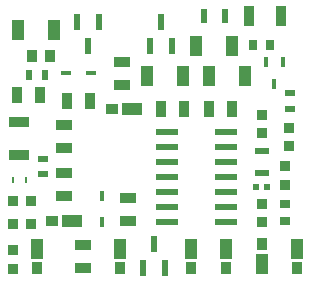
<source format=gbr>
%TF.GenerationSoftware,KiCad,Pcbnew,7.0.11+dfsg-1build4*%
%TF.CreationDate,2024-07-18T16:06:06-06:00*%
%TF.ProjectId,doordinger,646f6f72-6469-46e6-9765-722e6b696361,2*%
%TF.SameCoordinates,Original*%
%TF.FileFunction,Paste,Top*%
%TF.FilePolarity,Positive*%
%FSLAX46Y46*%
G04 Gerber Fmt 4.6, Leading zero omitted, Abs format (unit mm)*
G04 Created by KiCad (PCBNEW 7.0.11+dfsg-1build4) date 2024-07-18 16:06:06*
%MOMM*%
%LPD*%
G01*
G04 APERTURE LIST*
G04 Aperture macros list*
%AMRoundRect*
0 Rectangle with rounded corners*
0 $1 Rounding radius*
0 $2 $3 $4 $5 $6 $7 $8 $9 X,Y pos of 4 corners*
0 Add a 4 corners polygon primitive as box body*
4,1,4,$2,$3,$4,$5,$6,$7,$8,$9,$2,$3,0*
0 Add four circle primitives for the rounded corners*
1,1,$1+$1,$2,$3*
1,1,$1+$1,$4,$5*
1,1,$1+$1,$6,$7*
1,1,$1+$1,$8,$9*
0 Add four rect primitives between the rounded corners*
20,1,$1+$1,$2,$3,$4,$5,0*
20,1,$1+$1,$4,$5,$6,$7,0*
20,1,$1+$1,$6,$7,$8,$9,0*
20,1,$1+$1,$8,$9,$2,$3,0*%
G04 Aperture macros list end*
%ADD10R,1.060000X1.820000*%
%ADD11R,0.960000X1.380000*%
%ADD12R,1.380000X0.960000*%
%ADD13R,0.540000X0.600000*%
%ADD14R,1.981200X0.558800*%
%ADD15R,0.406400X0.863600*%
%ADD16R,0.870000X0.930000*%
%ADD17R,0.880000X1.090000*%
%ADD18R,0.980000X1.790000*%
%ADD19R,0.860000X0.980000*%
%ADD20R,0.900000X0.650000*%
%ADD21R,0.254000X0.508000*%
%ADD22R,0.863600X0.406400*%
%ADD23R,0.930000X0.870000*%
%ADD24R,0.650000X0.900000*%
%ADD25R,0.838200X0.609600*%
%ADD26R,0.965200X1.752600*%
%ADD27RoundRect,0.073750X0.221250X-0.586250X0.221250X0.586250X-0.221250X0.586250X-0.221250X-0.586250X0*%
%ADD28R,0.406400X0.838200*%
%ADD29RoundRect,0.073750X-0.221250X0.586250X-0.221250X-0.586250X0.221250X-0.586250X0.221250X0.586250X0*%
%ADD30R,0.609600X1.295400*%
%ADD31R,1.090000X0.880000*%
%ADD32R,1.790000X0.980000*%
%ADD33R,0.930000X0.890000*%
%ADD34R,1.295400X0.609600*%
%ADD35R,1.752600X0.965200*%
%ADD36R,0.609600X0.838200*%
G04 APERTURE END LIST*
D10*
%TO.C,R23*%
X232235000Y-143099000D03*
X235291000Y-143099000D03*
%TD*%
D11*
%TO.C,R17*%
X215985000Y-144639000D03*
X217941000Y-144639000D03*
%TD*%
D12*
%TO.C,R24*%
X225363000Y-153361000D03*
X225363000Y-155317000D03*
%TD*%
D13*
%TO.C,C5*%
X236231000Y-152439000D03*
X237095000Y-152439000D03*
%TD*%
D14*
%TO.C,U1*%
X228699200Y-147829000D03*
X228699200Y-149099000D03*
X228699200Y-150369000D03*
X228699200Y-151639000D03*
X228699200Y-152909000D03*
X228699200Y-154179000D03*
X228699200Y-155449000D03*
X233626800Y-155449000D03*
X233626800Y-154179000D03*
X233626800Y-152909000D03*
X233626800Y-151639000D03*
X233626800Y-150369000D03*
X233626800Y-149099000D03*
X233626800Y-147829000D03*
%TD*%
D12*
%TO.C,R16*%
X219963000Y-151303000D03*
X219963000Y-153259000D03*
%TD*%
D15*
%TO.C,D9*%
X223163000Y-155418000D03*
X223163000Y-153259000D03*
%TD*%
D16*
%TO.C,R9*%
X215583000Y-153639000D03*
X217143000Y-153639000D03*
%TD*%
D17*
%TO.C,D1*%
X233663000Y-159354000D03*
D18*
X233663000Y-157674000D03*
%TD*%
D19*
%TO.C,R6*%
X218728000Y-141339000D03*
X217198000Y-141339000D03*
%TD*%
D20*
%TO.C,R1*%
X238663000Y-153914000D03*
X238663000Y-155364000D03*
%TD*%
D21*
%TO.C,C3*%
X216709100Y-151839000D03*
X215616900Y-151839000D03*
%TD*%
D22*
%TO.C,D8*%
X222242500Y-142839000D03*
X220083500Y-142839000D03*
%TD*%
D10*
%TO.C,R27*%
X231135000Y-140559000D03*
X234191000Y-140559000D03*
%TD*%
%TO.C,R5*%
X219091000Y-139139000D03*
X216035000Y-139139000D03*
%TD*%
D17*
%TO.C,D5*%
X239663000Y-159354000D03*
D18*
X239663000Y-157674000D03*
%TD*%
D23*
%TO.C,R10*%
X236663000Y-155419000D03*
X236663000Y-153859000D03*
%TD*%
%TO.C,R7*%
X215663000Y-159369000D03*
X215663000Y-157809000D03*
%TD*%
D11*
%TO.C,R14*%
X222141000Y-145139000D03*
X220185000Y-145139000D03*
%TD*%
D24*
%TO.C,R25*%
X235938000Y-140439000D03*
X237388000Y-140439000D03*
%TD*%
D12*
%TO.C,RA1*%
X221525000Y-159317000D03*
X221525000Y-157361000D03*
%TD*%
D11*
%TO.C,R22*%
X232185000Y-145839000D03*
X234141000Y-145839000D03*
%TD*%
D25*
%TO.C,R11*%
X239063000Y-144541300D03*
X239063000Y-145836700D03*
%TD*%
D26*
%TO.C,C6*%
X235591400Y-138019000D03*
X238334600Y-138019000D03*
%TD*%
D11*
%TO.C,R4*%
X228167000Y-145839000D03*
X230123000Y-145839000D03*
%TD*%
D27*
%TO.C,Q3*%
X226633000Y-159354000D03*
X228533000Y-159354000D03*
X227583000Y-157324000D03*
%TD*%
D28*
%TO.C,Q4*%
X238441500Y-141899200D03*
X237044500Y-141899200D03*
X237743000Y-143778800D03*
%TD*%
D29*
%TO.C,Q1*%
X222913000Y-138529000D03*
X221013000Y-138529000D03*
X221963000Y-140559000D03*
%TD*%
D30*
%TO.C,R26*%
X231762300Y-138019000D03*
X233565700Y-138019000D03*
%TD*%
D16*
%TO.C,R8*%
X217143000Y-155549000D03*
X215583000Y-155549000D03*
%TD*%
D31*
%TO.C,D3*%
X224028000Y-145839000D03*
D32*
X225708000Y-145839000D03*
%TD*%
D27*
%TO.C,Q2*%
X227213000Y-140559000D03*
X229113000Y-140559000D03*
X228163000Y-138529000D03*
%TD*%
D17*
%TO.C,D6*%
X217663000Y-159354000D03*
D18*
X217663000Y-157674000D03*
%TD*%
D23*
%TO.C,R3*%
X238963000Y-149019000D03*
X238963000Y-147459000D03*
%TD*%
D33*
%TO.C,C4*%
X238663000Y-150719000D03*
X238663000Y-152259000D03*
%TD*%
D34*
%TO.C,R21*%
X236663000Y-149437300D03*
X236663000Y-151240700D03*
%TD*%
D17*
%TO.C,D7*%
X224663000Y-159354000D03*
D18*
X224663000Y-157674000D03*
%TD*%
D17*
%TO.C,D2*%
X236728000Y-157324000D03*
D18*
X236728000Y-159004000D03*
%TD*%
D12*
%TO.C,R15*%
X224863000Y-141861000D03*
X224863000Y-143817000D03*
%TD*%
D35*
%TO.C,C2*%
X216163000Y-146967400D03*
X216163000Y-149710600D03*
%TD*%
D36*
%TO.C,R18*%
X218310700Y-142939000D03*
X217015300Y-142939000D03*
%TD*%
D23*
%TO.C,R20*%
X236663000Y-146359000D03*
X236663000Y-147919000D03*
%TD*%
D12*
%TO.C,R12*%
X219963000Y-147201000D03*
X219963000Y-149157000D03*
%TD*%
D31*
%TO.C,DA1*%
X218948000Y-155339000D03*
D32*
X220628000Y-155339000D03*
%TD*%
D25*
%TO.C,R13*%
X218163000Y-151366700D03*
X218163000Y-150071300D03*
%TD*%
D10*
%TO.C,R2*%
X229991000Y-143099000D03*
X226935000Y-143099000D03*
%TD*%
D17*
%TO.C,D4*%
X230663000Y-159354000D03*
D18*
X230663000Y-157674000D03*
%TD*%
M02*

</source>
